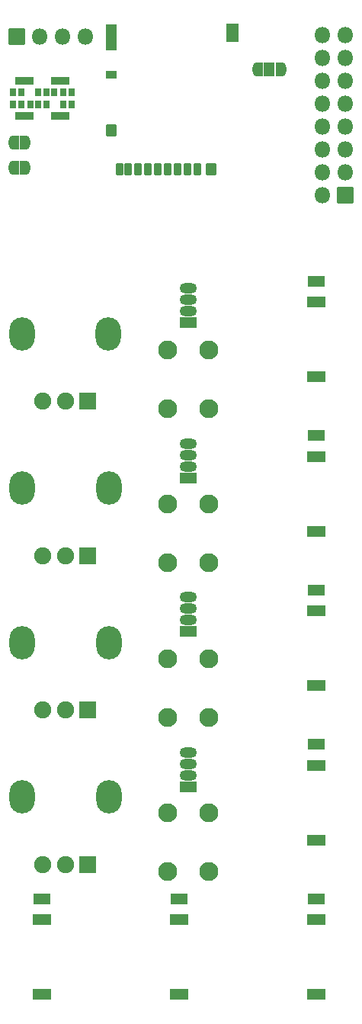
<source format=gbr>
G04 #@! TF.GenerationSoftware,KiCad,Pcbnew,6.0.5+dfsg-1*
G04 #@! TF.CreationDate,2022-06-05T16:54:12+02:00*
G04 #@! TF.ProjectId,demiurge,64656d69-7572-4676-952e-6b696361645f,E*
G04 #@! TF.SameCoordinates,Original*
G04 #@! TF.FileFunction,Soldermask,Bot*
G04 #@! TF.FilePolarity,Negative*
%FSLAX46Y46*%
G04 Gerber Fmt 4.6, Leading zero omitted, Abs format (unit mm)*
G04 Created by KiCad (PCBNEW 6.0.5+dfsg-1) date 2022-06-05 16:54:12*
%MOMM*%
%LPD*%
G01*
G04 APERTURE LIST*
G04 Aperture macros list*
%AMRoundRect*
0 Rectangle with rounded corners*
0 $1 Rounding radius*
0 $2 $3 $4 $5 $6 $7 $8 $9 X,Y pos of 4 corners*
0 Add a 4 corners polygon primitive as box body*
4,1,4,$2,$3,$4,$5,$6,$7,$8,$9,$2,$3,0*
0 Add four circle primitives for the rounded corners*
1,1,$1+$1,$2,$3*
1,1,$1+$1,$4,$5*
1,1,$1+$1,$6,$7*
1,1,$1+$1,$8,$9*
0 Add four rect primitives between the rounded corners*
20,1,$1+$1,$2,$3,$4,$5,0*
20,1,$1+$1,$4,$5,$6,$7,0*
20,1,$1+$1,$6,$7,$8,$9,0*
20,1,$1+$1,$8,$9,$2,$3,0*%
%AMFreePoly0*
4,1,37,0.585921,0.785921,0.600800,0.750000,0.600800,-0.750000,0.585921,-0.785921,0.550000,-0.800800,0.000000,-0.800800,-0.012526,-0.795612,-0.080872,-0.794359,-0.095090,-0.792057,-0.230405,-0.749782,-0.243405,-0.743581,-0.361415,-0.665026,-0.372153,-0.655426,-0.463373,-0.546907,-0.470984,-0.534678,-0.528079,-0.404919,-0.531952,-0.391047,-0.549535,-0.256587,-0.548147,-0.256405,-0.550800,-0.250000,
-0.550800,0.250000,-0.550314,0.251174,-0.550158,0.263925,-0.528347,0.404002,-0.524136,0.417775,-0.463888,0.546100,-0.455980,0.558139,-0.362136,0.664397,-0.351168,0.673732,-0.231273,0.749380,-0.218125,0.755261,-0.081818,0.794218,-0.067547,0.796173,-0.011991,0.795833,0.000000,0.800800,0.550000,0.800800,0.585921,0.785921,0.585921,0.785921,$1*%
%AMFreePoly1*
4,1,37,0.012350,0.795685,0.074215,0.795307,0.088460,0.793178,0.224281,0.752559,0.237356,0.746518,0.356318,0.669411,0.367173,0.659942,0.459711,0.552545,0.467470,0.540411,0.526147,0.411359,0.530190,0.397535,0.550287,0.257202,0.550800,0.250000,0.550800,-0.250000,0.550796,-0.250620,0.550647,-0.262836,0.549947,-0.270644,0.526427,-0.410445,0.522048,-0.424167,0.460236,-0.551746,
0.452182,-0.563686,0.357047,-0.668790,0.345965,-0.677991,0.225155,-0.752168,0.211936,-0.757888,0.075163,-0.795177,0.060870,-0.796957,0.011464,-0.796051,0.000000,-0.800800,-0.550000,-0.800800,-0.585921,-0.785921,-0.600800,-0.750000,-0.600800,0.750000,-0.585921,0.785921,-0.550000,0.800800,0.000000,0.800800,0.012350,0.795685,0.012350,0.795685,$1*%
%AMFreePoly2*
4,1,37,0.535921,0.785921,0.550800,0.750000,0.550800,-0.750000,0.535921,-0.785921,0.500000,-0.800800,0.000000,-0.800800,-0.012526,-0.795612,-0.080872,-0.794359,-0.095090,-0.792057,-0.230405,-0.749782,-0.243405,-0.743581,-0.361415,-0.665026,-0.372153,-0.655426,-0.463373,-0.546907,-0.470984,-0.534678,-0.528079,-0.404919,-0.531952,-0.391047,-0.549535,-0.256587,-0.548147,-0.256405,-0.550800,-0.250000,
-0.550800,0.250000,-0.550314,0.251174,-0.550158,0.263925,-0.528347,0.404002,-0.524136,0.417775,-0.463888,0.546100,-0.455980,0.558139,-0.362136,0.664397,-0.351168,0.673732,-0.231273,0.749380,-0.218125,0.755261,-0.081818,0.794218,-0.067547,0.796173,-0.011991,0.795833,0.000000,0.800800,0.500000,0.800800,0.535921,0.785921,0.535921,0.785921,$1*%
%AMFreePoly3*
4,1,37,0.012350,0.795685,0.074215,0.795307,0.088460,0.793178,0.224281,0.752559,0.237356,0.746518,0.356318,0.669411,0.367173,0.659942,0.459711,0.552545,0.467470,0.540411,0.526147,0.411359,0.530190,0.397535,0.550287,0.257202,0.550800,0.250000,0.550800,-0.250000,0.550796,-0.250620,0.550647,-0.262836,0.549947,-0.270644,0.526427,-0.410445,0.522048,-0.424167,0.460236,-0.551746,
0.452182,-0.563686,0.357047,-0.668790,0.345965,-0.677991,0.225155,-0.752168,0.211936,-0.757888,0.075163,-0.795177,0.060870,-0.796957,0.011464,-0.796051,0.000000,-0.800800,-0.500000,-0.800800,-0.535921,-0.785921,-0.550800,-0.750000,-0.550800,0.750000,-0.535921,0.785921,-0.500000,0.800800,0.000000,0.800800,0.012350,0.795685,0.012350,0.795685,$1*%
G04 Aperture macros list end*
%ADD10RoundRect,0.050800X0.850000X0.850000X-0.850000X0.850000X-0.850000X-0.850000X0.850000X-0.850000X0*%
%ADD11O,1.801600X1.801600*%
%ADD12RoundRect,0.050800X0.850000X-0.850000X0.850000X0.850000X-0.850000X0.850000X-0.850000X-0.850000X0*%
%ADD13C,2.101600*%
%ADD14RoundRect,0.050800X-0.900000X-0.500000X0.900000X-0.500000X0.900000X0.500000X-0.900000X0.500000X0*%
%ADD15RoundRect,0.050800X-1.000000X-0.500000X1.000000X-0.500000X1.000000X0.500000X-1.000000X0.500000X0*%
%ADD16FreePoly0,180.000000*%
%ADD17RoundRect,0.050800X0.500000X0.750000X-0.500000X0.750000X-0.500000X-0.750000X0.500000X-0.750000X0*%
%ADD18FreePoly1,180.000000*%
%ADD19C,1.901600*%
%ADD20RoundRect,0.050800X-0.900000X-0.900000X0.900000X-0.900000X0.900000X0.900000X-0.900000X0.900000X0*%
%ADD21O,2.821600X3.701600*%
%ADD22RoundRect,0.050800X0.900000X-0.535000X0.900000X0.535000X-0.900000X0.535000X-0.900000X-0.535000X0*%
%ADD23O,1.901600X1.171600*%
%ADD24RoundRect,0.213300X-0.162500X-0.237500X0.162500X-0.237500X0.162500X0.237500X-0.162500X0.237500X0*%
%ADD25RoundRect,0.250800X-0.800000X-0.200000X0.800000X-0.200000X0.800000X0.200000X-0.800000X0.200000X0*%
%ADD26FreePoly2,180.000000*%
%ADD27FreePoly3,180.000000*%
%ADD28RoundRect,0.050800X-0.350000X-0.600000X0.350000X-0.600000X0.350000X0.600000X-0.350000X0.600000X0*%
%ADD29RoundRect,0.050800X-0.500000X-0.400000X0.500000X-0.400000X0.500000X0.400000X-0.500000X0.400000X0*%
%ADD30RoundRect,0.050800X-0.500000X-0.600000X0.500000X-0.600000X0.500000X0.600000X-0.500000X0.600000X0*%
%ADD31RoundRect,0.050800X-0.500000X-1.400000X0.500000X-1.400000X0.500000X1.400000X-0.500000X1.400000X0*%
%ADD32RoundRect,0.050800X-0.650000X-0.950000X0.650000X-0.950000X0.650000X0.950000X-0.650000X0.950000X0*%
G04 APERTURE END LIST*
D10*
X114935000Y-70485000D03*
D11*
X112395000Y-70485000D03*
X114935000Y-67945000D03*
X112395000Y-67945000D03*
X114935000Y-65405000D03*
X112395000Y-65405000D03*
X114935000Y-62865000D03*
X112395000Y-62865000D03*
X114935000Y-60325000D03*
X112395000Y-60325000D03*
X114935000Y-57785000D03*
X112395000Y-57785000D03*
X114935000Y-55245000D03*
X112395000Y-55245000D03*
X114935000Y-52705000D03*
X112395000Y-52705000D03*
D12*
X78486000Y-52832000D03*
D11*
X81026000Y-52832000D03*
X83566000Y-52832000D03*
X86106000Y-52832000D03*
D13*
X95250000Y-104775000D03*
X95250000Y-111275000D03*
X99750000Y-104775000D03*
X99750000Y-111275000D03*
X95250000Y-121920000D03*
X95250000Y-128420000D03*
X99750000Y-121920000D03*
X99750000Y-128420000D03*
D14*
X111760000Y-148590000D03*
D15*
X111760000Y-159225000D03*
X111760000Y-150925000D03*
D14*
X111760000Y-80010000D03*
D15*
X111760000Y-90645000D03*
X111760000Y-82345000D03*
D16*
X107810000Y-56510000D03*
D17*
X106510000Y-56510000D03*
D18*
X105210000Y-56510000D03*
D13*
X95250000Y-139065000D03*
X95250000Y-145565000D03*
X99750000Y-145565000D03*
X99750000Y-139065000D03*
D14*
X96520000Y-148590000D03*
D15*
X96520000Y-159225000D03*
X96520000Y-150925000D03*
D19*
X81346000Y-93345000D03*
X83846000Y-93345000D03*
D20*
X86346000Y-93345000D03*
D21*
X79046000Y-85845000D03*
X88646000Y-85845000D03*
X88660000Y-137280000D03*
X79060000Y-137280000D03*
D20*
X86360000Y-144780000D03*
D19*
X83860000Y-144780000D03*
X81360000Y-144780000D03*
D14*
X111760000Y-131445000D03*
D15*
X111760000Y-142080000D03*
X111760000Y-133780000D03*
D14*
X111760000Y-114300000D03*
D15*
X111760000Y-124935000D03*
X111760000Y-116635000D03*
D14*
X111760000Y-97155000D03*
D15*
X111760000Y-107790000D03*
X111760000Y-99490000D03*
D21*
X79060000Y-102990000D03*
X88660000Y-102990000D03*
D20*
X86360000Y-110490000D03*
D19*
X83860000Y-110490000D03*
X81360000Y-110490000D03*
D21*
X79060000Y-120135000D03*
X88660000Y-120135000D03*
D20*
X86360000Y-127635000D03*
D19*
X83860000Y-127635000D03*
X81360000Y-127635000D03*
D13*
X95250000Y-87630000D03*
X95250000Y-94130000D03*
X99750000Y-87630000D03*
X99750000Y-94130000D03*
D14*
X81280000Y-148590000D03*
D15*
X81280000Y-159225000D03*
X81280000Y-150925000D03*
D22*
X97536000Y-84582000D03*
D23*
X97536000Y-83312000D03*
X97536000Y-82042000D03*
X97536000Y-80772000D03*
D22*
X97536000Y-101854000D03*
D23*
X97536000Y-100584000D03*
X97536000Y-99314000D03*
X97536000Y-98044000D03*
D22*
X97536000Y-136144000D03*
D23*
X97536000Y-134874000D03*
X97536000Y-133604000D03*
X97536000Y-132334000D03*
D22*
X97536000Y-118872000D03*
D23*
X97536000Y-117602000D03*
X97536000Y-116332000D03*
X97536000Y-115062000D03*
D24*
X78030000Y-60390000D03*
X78980000Y-60390000D03*
X79930000Y-60390000D03*
X80830000Y-60390000D03*
X81730000Y-60390000D03*
X83580000Y-60390000D03*
X84530000Y-60390000D03*
X84530000Y-58990000D03*
X83580000Y-58990000D03*
X82630000Y-58990000D03*
X81730000Y-58990000D03*
X80830000Y-58990000D03*
X78980000Y-58990000D03*
X78030000Y-58990000D03*
D25*
X83280000Y-57760000D03*
X83280000Y-61630000D03*
X79280000Y-57760000D03*
X79280000Y-61620000D03*
D26*
X79390000Y-64643000D03*
D27*
X78090000Y-64643000D03*
D28*
X98503000Y-67542000D03*
X97403000Y-67542000D03*
X96303000Y-67542000D03*
X95203000Y-67542000D03*
X94103000Y-67542000D03*
X93003000Y-67542000D03*
X91903000Y-67542000D03*
X90803000Y-67542000D03*
X89853000Y-67542000D03*
D29*
X88903000Y-57042000D03*
D30*
X88903000Y-63242000D03*
D31*
X88903000Y-52892000D03*
D32*
X102403000Y-52442000D03*
D30*
X100053000Y-67542000D03*
D26*
X79390000Y-67386200D03*
D27*
X78090000Y-67386200D03*
M02*

</source>
